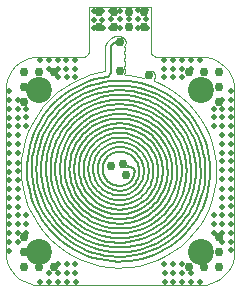
<source format=gbr>
G04 EAGLE Gerber RS-274X export*
G75*
%MOMM*%
%FSLAX34Y34*%
%LPD*%
%INCopper Layer 14*%
%IPPOS*%
%AMOC8*
5,1,8,0,0,1.08239X$1,22.5*%
G01*
%ADD10C,2.199994*%
%ADD11C,0.500000*%
%ADD12C,0.000000*%
%ADD13C,0.200000*%
%ADD14C,0.152400*%
%ADD15C,0.756400*%


D10*
X137128Y137128D03*
X137128Y0D03*
X0Y0D03*
X0Y137128D03*
D11*
X53858Y189187D03*
X46406Y189128D03*
X61310Y189247D03*
X61191Y204151D03*
X61251Y196699D03*
X46287Y204032D03*
X46346Y196580D03*
X53798Y196639D03*
X53739Y204092D03*
X68762Y189307D03*
X68702Y196759D03*
X76155Y196818D03*
X76214Y189366D03*
X76095Y204270D03*
X68643Y204211D03*
X83666Y189426D03*
X83607Y196878D03*
X91059Y196938D03*
X91118Y189486D03*
X90999Y204390D03*
X83547Y204330D03*
X113622Y162586D03*
X106172Y162586D03*
X106234Y155194D03*
X106295Y147801D03*
X113745Y147801D03*
X121195Y147801D03*
X113684Y155194D03*
X121072Y162586D03*
X121134Y155194D03*
X128584Y155194D03*
X128522Y162586D03*
X135972Y162586D03*
X15932Y147801D03*
X908Y162586D03*
X8420Y155194D03*
X23381Y147801D03*
X30832Y147801D03*
X23320Y155194D03*
X15870Y155194D03*
X15808Y162586D03*
X8358Y162586D03*
X23258Y162586D03*
X30708Y162586D03*
X30770Y155194D03*
X-10672Y15932D03*
X-25457Y908D03*
X-18065Y8420D03*
X-10672Y23381D03*
X-10672Y30832D03*
X-18065Y23320D03*
X-18065Y15870D03*
X-25457Y15808D03*
X-25457Y8358D03*
X-25457Y23258D03*
X-25457Y30708D03*
X-18065Y30770D03*
X-18065Y38220D03*
X-25457Y38158D03*
X-25457Y45608D03*
X-18065Y45670D03*
X-18065Y53120D03*
X-25457Y53058D03*
X-25457Y60508D03*
X-18065Y60570D03*
X-18065Y68020D03*
X-25457Y67958D03*
X-25457Y75408D03*
X-18065Y75470D03*
X-25457Y135972D03*
X-25457Y128522D03*
X-18065Y128584D03*
X-18065Y121134D03*
X-25457Y121072D03*
X-18065Y113684D03*
X-10672Y121195D03*
X-10672Y113745D03*
X-10672Y106295D03*
X-18065Y106234D03*
X-25457Y106172D03*
X-25457Y98722D03*
X-18065Y98784D03*
X-18065Y91334D03*
X-25457Y91272D03*
X-25457Y83822D03*
X-18065Y83884D03*
X-25457Y113622D03*
X147801Y121195D03*
X162586Y136219D03*
X155194Y128707D03*
X147801Y113745D03*
X147801Y106295D03*
X155194Y113807D03*
X155194Y121257D03*
X162586Y121319D03*
X162586Y128769D03*
X162586Y113869D03*
X162586Y106419D03*
X155194Y106357D03*
X155194Y98907D03*
X162586Y98969D03*
X162586Y91519D03*
X155194Y91457D03*
X155194Y84007D03*
X162586Y84069D03*
X162586Y76619D03*
X155194Y76557D03*
X155194Y69107D03*
X162586Y69169D03*
X162586Y61719D03*
X155194Y61657D03*
X162586Y1155D03*
X162586Y8605D03*
X155194Y8543D03*
X155194Y15993D03*
X162586Y16055D03*
X155194Y23443D03*
X147801Y15932D03*
X147801Y23381D03*
X147801Y30832D03*
X155194Y30893D03*
X162586Y30955D03*
X162586Y38405D03*
X155194Y38343D03*
X155194Y45793D03*
X162586Y45855D03*
X162586Y53305D03*
X155194Y53243D03*
X162586Y23505D03*
X23505Y-25457D03*
X30955Y-25457D03*
X30893Y-18065D03*
X30832Y-10672D03*
X23381Y-10672D03*
X15932Y-10672D03*
X23443Y-18065D03*
X16055Y-25457D03*
X15993Y-18065D03*
X8543Y-18065D03*
X8605Y-25457D03*
X1155Y-25457D03*
X106357Y-18065D03*
X106419Y-25457D03*
X113869Y-25457D03*
X128769Y-25457D03*
X121319Y-25457D03*
X121257Y-18065D03*
X113807Y-18065D03*
X106295Y-10672D03*
X113745Y-10672D03*
X128707Y-18065D03*
X136219Y-25457D03*
X121195Y-10672D03*
D12*
X95258Y167785D02*
X94944Y169365D01*
X95258Y167785D02*
X96153Y166445D01*
X97493Y165550D01*
X99073Y165236D01*
X137128Y165236D01*
X137269Y165264D01*
X141531Y164928D01*
X145826Y163897D01*
X149906Y162207D01*
X153672Y159899D01*
X157031Y157031D01*
X159899Y153672D01*
X162207Y149906D01*
X163897Y145826D01*
X164928Y141531D01*
X165264Y137269D01*
X165236Y137128D01*
X165236Y0D01*
X165264Y-140D01*
X164928Y-4402D01*
X163897Y-8697D01*
X162207Y-12778D01*
X159899Y-16543D01*
X157031Y-19902D01*
X153672Y-22770D01*
X149906Y-25078D01*
X145826Y-26768D01*
X141531Y-27800D01*
X137269Y-28135D01*
X137128Y-28107D01*
X0Y-28107D01*
X-140Y-28135D01*
X-4402Y-27800D01*
X-8697Y-26768D01*
X-12778Y-25078D01*
X-16543Y-22770D01*
X-19902Y-19902D01*
X-22770Y-16543D01*
X-25078Y-12778D01*
X-26768Y-8697D01*
X-27800Y-4402D01*
X-28135Y-140D01*
X-28107Y0D01*
X-28107Y137128D01*
X-28135Y137269D01*
X-27800Y141531D01*
X-26768Y145826D01*
X-25078Y149906D01*
X-22770Y153672D01*
X-19902Y157031D01*
X-16543Y159899D01*
X-12778Y162207D01*
X-8697Y163897D01*
X-4402Y164928D01*
X-140Y165264D01*
X0Y165236D01*
X38054Y165236D01*
X39634Y165550D01*
X40974Y166445D01*
X41869Y167785D01*
X42183Y169365D01*
X42183Y207250D01*
X94944Y207250D01*
X94944Y169365D01*
X68563Y182533D02*
X64273Y182533D01*
X62322Y182145D01*
X60668Y181040D01*
X57595Y177967D01*
X56490Y176313D01*
X56102Y174362D01*
X56102Y153239D01*
X55668Y152805D01*
X52044Y152268D01*
X44085Y150274D01*
X36361Y147510D01*
X28944Y144003D01*
X21907Y139785D01*
X15318Y134898D01*
X9239Y129388D01*
X3729Y123309D01*
X-1156Y116719D01*
X-5374Y109683D01*
X-8882Y102266D01*
X-11645Y94541D01*
X-13639Y86583D01*
X91412Y152816D02*
X93066Y153501D01*
X89461Y149896D02*
X89461Y148336D01*
X88544Y147255D01*
X84352Y148305D01*
X76431Y149480D01*
X72378Y150886D02*
X73063Y152540D01*
X73063Y154331D01*
X71927Y162435D02*
X72378Y162886D01*
X71927Y168435D02*
X72378Y168886D01*
X73063Y170540D01*
X73063Y172331D01*
X72378Y173984D01*
X72314Y174049D01*
X73273Y175484D01*
X73661Y177435D01*
X73273Y179386D01*
X72168Y181040D01*
X70514Y182145D01*
X68563Y182533D01*
X66626Y175828D02*
X66778Y175685D01*
X66626Y175828D02*
X66463Y175955D01*
X66289Y176068D01*
X66104Y176165D01*
X65909Y176248D01*
X65703Y176315D01*
X65486Y176368D01*
X65259Y176405D01*
X65021Y176428D01*
X64772Y176435D01*
X64772Y178435D01*
X65021Y178443D01*
X65259Y178465D01*
X65486Y178503D01*
X65703Y178555D01*
X65909Y178623D01*
X66104Y178705D01*
X66289Y178803D01*
X66463Y178915D02*
X66626Y179043D01*
X66778Y179185D01*
X66778Y175685D01*
D13*
X80902Y68947D02*
X80924Y68735D01*
X80902Y68947D02*
X80865Y69155D01*
X80814Y69361D01*
X80748Y69563D01*
X80669Y69760D01*
X80575Y69951D01*
X80469Y70134D01*
X80351Y70310D01*
X80220Y70477D01*
X80078Y70635D01*
X79925Y70782D01*
X79763Y70919D01*
X79591Y71044D01*
X79411Y71156D01*
X79224Y71256D01*
X79030Y71342D01*
X78831Y71415D01*
X78627Y71473D01*
X78419Y71517D01*
X78209Y71547D01*
X77998Y71561D01*
X77890Y71563D01*
X70241Y51874D02*
X69092Y51788D01*
X70241Y51874D02*
X71381Y52041D01*
X72506Y52286D01*
X73611Y52609D01*
X74692Y53008D01*
X75741Y53482D01*
X76756Y54028D01*
X77729Y54643D01*
X78657Y55325D01*
X79536Y56069D01*
X80360Y56873D01*
X81127Y57733D01*
X81831Y58644D01*
X82470Y59602D01*
X84887Y69509D02*
X84761Y70654D01*
X84555Y71787D01*
X84271Y72903D01*
X83910Y73997D01*
X83473Y75063D01*
X82963Y76095D01*
X82382Y77090D01*
X81733Y78041D01*
X81020Y78945D01*
X80245Y79797D01*
X79412Y80593D01*
X78526Y81329D01*
X77591Y82001D01*
X76611Y82606D01*
X75592Y83142D01*
X74537Y83605D01*
X73453Y83993D01*
X72344Y84305D01*
X71217Y84539D01*
X70075Y84694D01*
X68926Y84768D01*
X67775Y84762D01*
X66328Y88663D02*
X65050Y88477D01*
X60161Y86861D02*
X59024Y86249D01*
X57932Y85559D01*
X56891Y84795D01*
X55906Y83960D01*
X54982Y83058D01*
X54123Y82094D01*
X53333Y81072D01*
X52616Y79998D01*
X51976Y78877D01*
X51416Y77713D01*
X54243Y58312D02*
X55112Y57356D01*
X56045Y56464D01*
X57039Y55639D01*
X58087Y54885D01*
X59186Y54207D02*
X60329Y53606D01*
X61511Y53087D02*
X62727Y52651D01*
X63970Y52302D01*
X65234Y52040D01*
X66513Y51866D01*
X67802Y51783D01*
X69092Y51788D01*
X76812Y-7763D02*
X82096Y-6993D01*
X87313Y-5857D01*
X92438Y-4359D01*
X97447Y-2508D01*
X102314Y-312D01*
X107016Y2217D01*
X111530Y5070D01*
X115834Y8230D01*
X119907Y11683D01*
X123729Y15411D01*
X127282Y19397D01*
X130548Y23622D01*
X133512Y28063D01*
X86327Y-1980D02*
X81382Y-3057D01*
X86327Y-1980D02*
X91184Y-561D01*
X95930Y1192D01*
X100543Y3274D01*
X104999Y5672D01*
X109277Y8375D01*
X113356Y11370D01*
X117216Y14642D01*
X120838Y18176D01*
X124206Y21954D01*
X127301Y25957D01*
X130109Y30166D01*
X132617Y34562D01*
X134813Y39121D01*
X136685Y43822D01*
X138225Y48643D01*
X139424Y53559D01*
X140278Y58547D01*
X140781Y63582D01*
X140932Y68640D01*
X140730Y73697D01*
X140176Y78727D01*
X139272Y83706D01*
X138023Y88610D01*
X136435Y93415D01*
X134516Y98097D01*
X132275Y102634D01*
X129722Y107004D01*
X126872Y111184D01*
X123736Y115156D01*
X120331Y118900D01*
X116673Y122397D01*
X112781Y125630D01*
X108672Y128584D01*
X104367Y131244D01*
X99887Y133597D01*
X95254Y135632D01*
X90490Y137339D01*
X85618Y138709D01*
X80663Y139736D01*
X75649Y140415D01*
X70599Y140743D01*
X65539Y140717D01*
X58184Y148112D02*
X52779Y147213D01*
X47450Y145940D01*
X42223Y144297D02*
X37123Y142294D01*
X32175Y139940D01*
X27404Y137247D01*
X22832Y134227D01*
X18481Y130896D01*
X14374Y127269D01*
X10530Y123365D01*
X6967Y119202D01*
X3703Y114801D01*
X755Y110183D01*
X-1863Y105370D01*
X-4140Y100386D01*
X-7Y31686D02*
X2850Y27011D01*
X6027Y22547D01*
X9508Y18316D01*
X13276Y14338D01*
X17312Y10632D01*
X36832Y124243D02*
X40673Y126310D01*
X36832Y124243D02*
X33144Y121913D01*
X29628Y119331D01*
X26300Y116510D01*
X15185Y103128D02*
X13023Y99339D01*
X11130Y95408D01*
X9516Y91355D01*
X8189Y87199D01*
X7155Y82961D01*
X6419Y78662D01*
X5985Y74321D01*
X5854Y69960D01*
X6028Y65601D01*
X6506Y61265D01*
X7285Y56973D01*
X8362Y52745D01*
X9731Y48603D01*
X11385Y44567D01*
X13317Y40656D01*
X15518Y36889D01*
X17975Y33284D01*
X20678Y29860D01*
X23613Y26633D01*
X26767Y23618D01*
X30123Y20831D01*
X33665Y18285D01*
X37376Y15992D01*
X41238Y13963D01*
X45232Y12209D01*
X49339Y10737D01*
X53538Y9556D01*
X57810Y8670D01*
X62133Y8085D01*
X66486Y7802D01*
X70848Y7824D01*
X70849Y7823D01*
X71168Y-168D02*
X75936Y188D01*
X80667Y877D01*
X85339Y1895D01*
X89928Y3236D02*
X94413Y4894D01*
X98771Y6860D01*
X102981Y9126D01*
X107023Y11680D01*
X110877Y14510D01*
X114524Y17601D01*
X117947Y20940D01*
X121128Y24509D01*
X124053Y28292D01*
X126706Y32269D01*
X129076Y36422D01*
X131150Y40729D01*
X132919Y45171D01*
X134374Y49726D01*
X135507Y54371D01*
X136313Y59083D01*
X136789Y63841D01*
X136932Y68620D01*
X136741Y73397D01*
X136217Y78150D01*
X135364Y82854D01*
X134184Y87488D01*
X132683Y92027D01*
X130870Y96451D01*
X128752Y100738D01*
X126341Y104866D01*
X123647Y108817D01*
X120685Y112570D02*
X117468Y116106D01*
X114012Y119410D01*
X110334Y122465D01*
X106452Y125256D01*
X102384Y127769D01*
X98151Y129993D01*
X93774Y131915D01*
X89273Y133528D01*
X84670Y134823D01*
X79989Y135793D01*
X75251Y136435D01*
X70479Y136744D01*
X65698Y136720D01*
X74184Y16091D02*
X70529Y15817D01*
X74184Y16091D02*
X77810Y16619D01*
X81390Y17400D01*
X84908Y18427D01*
X88345Y19698D01*
X91685Y21205D01*
X94912Y22942D01*
X98009Y24899D01*
X100963Y27068D01*
X103758Y29438D01*
X106382Y31996D01*
X108820Y34732D01*
X111061Y37631D01*
X113095Y40679D01*
X114911Y43861D01*
X116501Y47163D01*
X117857Y50568D01*
X118972Y54058D01*
X119840Y57618D01*
X120458Y61230D01*
X120823Y64876D01*
X120932Y68539D01*
X120786Y72201D01*
X120385Y75843D01*
X119731Y79449D01*
X118826Y83000D01*
X117676Y86479D01*
X116286Y89870D01*
X114663Y93155D01*
X112815Y96320D02*
X110751Y99347D01*
X108480Y102223D02*
X106015Y104934D01*
X103366Y107466D01*
X100547Y109808D01*
X97572Y111947D01*
X94454Y113873D01*
X91210Y115577D01*
X87855Y117051D01*
X84405Y118287D01*
X80878Y119279D01*
X77290Y120023D01*
X73658Y120515D01*
X70002Y120752D01*
X66337Y120733D01*
X75060Y8139D02*
X70849Y7823D01*
X75060Y8139D02*
X79239Y8748D01*
X83365Y9646D01*
X87419Y10831D01*
X91380Y12295D01*
X109142Y23519D02*
X112165Y26468D01*
X114975Y29620D01*
X121995Y40141D02*
X123827Y43946D01*
X125389Y47869D01*
X126674Y51891D01*
X127675Y55994D01*
X128387Y60156D01*
X128808Y64358D01*
X128934Y68579D01*
X128765Y72799D01*
X128303Y76996D01*
X127549Y81151D01*
X126506Y85243D01*
X125181Y89253D01*
X123580Y93160D01*
X114584Y107396D02*
X111743Y110520D01*
X108691Y113438D01*
X105442Y116137D01*
X102013Y118601D01*
X98421Y120821D01*
X94683Y122785D01*
X90816Y124483D01*
X86841Y125908D01*
X82776Y127051D01*
X78641Y127909D01*
X74456Y128475D01*
X70242Y128749D01*
X66019Y128727D01*
X66018Y128727D01*
X71994Y35971D02*
X69731Y35801D01*
X71994Y35971D02*
X74238Y36298D01*
X76455Y36781D01*
X78632Y37417D01*
X80760Y38204D01*
X96081Y51192D02*
X97206Y53162D01*
X98190Y55206D01*
X99029Y57314D01*
X99719Y59475D01*
X100257Y61679D01*
X100639Y63915D01*
X100865Y66172D01*
X100933Y68439D01*
X100842Y70706D01*
X100594Y72961D01*
X100189Y75193D01*
X99629Y77391D01*
X98917Y79545D01*
X93224Y89291D02*
X91698Y90969D01*
X90058Y92537D01*
X88313Y93986D01*
X86471Y95310D01*
X84541Y96503D01*
X82533Y97558D01*
X80456Y98470D01*
X78320Y99235D01*
X76137Y99849D01*
X73916Y100310D01*
X71668Y100614D01*
X69404Y100761D01*
X67136Y100749D01*
X71555Y39947D02*
X69571Y39798D01*
X71555Y39947D02*
X73524Y40234D01*
X75467Y40657D01*
X77377Y41215D01*
X79242Y41905D01*
X93664Y55023D02*
X94527Y56815D01*
X95263Y58663D01*
X95868Y60558D01*
X96340Y62490D01*
X96675Y64451D01*
X96873Y66430D01*
X96933Y68419D01*
X96853Y70407D01*
X96635Y72384D01*
X96280Y74341D01*
X95789Y76269D01*
X95165Y78158D01*
X94411Y79998D01*
X93529Y81782D01*
X80798Y93953D02*
X78976Y94753D01*
X77104Y95424D01*
X75189Y95963D01*
X73241Y96367D01*
X71270Y96634D01*
X69285Y96762D01*
X67295Y96752D01*
X73308Y24044D02*
X70210Y23811D01*
X73308Y24044D02*
X76381Y24491D01*
X79416Y25153D01*
X82398Y26024D01*
X85311Y27101D01*
X107830Y47583D02*
X109177Y50381D01*
X110326Y53267D01*
X111271Y56226D01*
X112007Y59243D01*
X112531Y62305D01*
X112841Y65396D01*
X112809Y71604D02*
X112469Y74692D01*
X111914Y77748D01*
X111148Y80758D01*
X110173Y83707D01*
X108995Y86581D01*
X107619Y89366D01*
X106053Y92048D01*
X104303Y94614D01*
X102378Y97052D02*
X100288Y99350D01*
X98043Y101496D01*
X95654Y103481D01*
X93132Y105294D01*
X90489Y106926D01*
X87739Y108371D01*
X84895Y109620D01*
X81971Y110668D01*
X72869Y28019D02*
X70050Y27807D01*
X72869Y28019D02*
X75667Y28426D01*
X78429Y29028D01*
X104288Y49442D02*
X105515Y51989D01*
X107420Y57308D02*
X108090Y60054D01*
X108567Y62841D01*
X108849Y65653D01*
X108933Y68479D01*
X108820Y71304D01*
X108511Y74114D01*
X108006Y76895D01*
X107308Y79634D01*
X106421Y82319D01*
X105349Y84934D01*
X104097Y87469D01*
X102671Y89910D01*
X101079Y92245D01*
X99327Y94464D02*
X97425Y96555D01*
X95382Y98509D02*
X93207Y100315D01*
X90912Y101965D01*
X88507Y103451D01*
X86004Y104766D01*
X83416Y105903D01*
X80755Y106856D01*
X72464Y108575D02*
X69643Y108757D01*
X66816Y108743D01*
X77442Y32904D02*
X74953Y32362D01*
X77442Y32904D02*
X79888Y33619D01*
X82277Y34502D01*
X84600Y35550D01*
X86843Y36757D01*
X88997Y38118D01*
X91050Y39626D01*
X92994Y41273D01*
X94817Y43053D01*
X96513Y44954D01*
X98071Y46970D01*
X99485Y49089D01*
X100748Y51302D01*
X101853Y53597D01*
X102796Y55964D01*
X94563Y93762D02*
X92721Y95523D01*
X90761Y97150D01*
X88693Y98637D01*
X86525Y99977D01*
X84270Y101161D01*
X66766Y84687D02*
X65765Y84541D01*
X64776Y84325D01*
X63804Y84041D01*
X62855Y83691D01*
X61933Y83274D01*
X61042Y82795D01*
X60186Y82254D01*
X59370Y81655D01*
X58598Y81001D01*
X57874Y80294D01*
X57200Y79538D01*
X56581Y78738D01*
X56019Y77896D01*
X55518Y77017D01*
X55079Y76105D01*
X54704Y75165D02*
X54397Y74201D01*
X54157Y73218D01*
X53986Y72220D01*
X54437Y66208D02*
X54754Y65247D01*
X55138Y64310D01*
X57294Y60898D02*
X57975Y60150D01*
X58707Y59450D01*
X59485Y58804D01*
X60307Y58213D01*
X61168Y57681D02*
X62064Y57210D01*
X62990Y56804D01*
X63943Y56462D01*
X64918Y56188D01*
X65908Y55983D01*
X66911Y55847D01*
X67921Y55781D01*
X68932Y55785D01*
X65889Y92639D02*
X67455Y92756D01*
X65889Y92639D02*
X64335Y92413D01*
X62801Y92078D01*
X61293Y91638D01*
X59820Y91093D01*
X58389Y90447D01*
X57006Y89703D01*
X55678Y88864D01*
X54412Y87935D01*
X53214Y86919D01*
X52090Y85823D02*
X51045Y84650D01*
X50084Y83408D01*
X49213Y82102D01*
X48435Y80738D01*
X47753Y79323D01*
X47172Y77864D01*
X46694Y76368D01*
X46322Y74842D01*
X46057Y73294D01*
X45901Y71731D01*
X45854Y70161D01*
X45916Y68592D01*
X46088Y67031D01*
X46369Y65486D01*
X46756Y63964D01*
X47249Y62473D01*
X47845Y61020D01*
X48540Y59612D01*
X49332Y58256D01*
X50217Y56958D01*
X52247Y54564D02*
X53382Y53478D01*
X54590Y52475D01*
X55865Y51558D01*
X61508Y48841D02*
X63020Y48416D01*
X64557Y48097D01*
X66114Y47886D01*
X67681Y47785D01*
X69251Y47792D01*
X63620Y96348D02*
X65451Y96614D01*
X63620Y96348D02*
X61813Y95954D01*
X60038Y95435D01*
X58303Y94794D01*
X56617Y94033D01*
X54988Y93156D01*
X53424Y92168D01*
X51933Y91073D01*
X50523Y89877D01*
X49199Y88586D01*
X47968Y87205D01*
X46836Y85742D01*
X45810Y84203D01*
X44893Y82597D01*
X44090Y80930D01*
X43406Y79212D01*
X42843Y77450D01*
X42405Y75653D01*
X42093Y73829D01*
X41909Y71989D01*
X41854Y70140D01*
X41928Y68292D01*
X42130Y66453D01*
X42460Y64633D01*
X42917Y62841D01*
X43497Y61085D01*
X44199Y59373D01*
X45018Y57715D01*
X45951Y56117D01*
X46993Y54589D01*
X48139Y53138D02*
X49384Y51769D01*
X50721Y50491D01*
X52143Y49309D01*
X53645Y48230D01*
X55219Y47257D01*
X56856Y46397D01*
X58550Y45653D01*
X60291Y45029D01*
X62072Y44528D01*
X63883Y44153D01*
X65716Y43905D01*
X67562Y43785D01*
X69411Y43794D01*
X65013Y100590D02*
X67136Y100749D01*
X65013Y100590D02*
X62907Y100283D01*
X60827Y99830D01*
X58783Y99233D01*
X56787Y98495D01*
X54846Y97619D01*
X52971Y96610D01*
X51172Y95473D01*
X49456Y94213D01*
X47832Y92837D01*
X46308Y91350D01*
X44891Y89761D01*
X43589Y88077D01*
X42408Y86306D01*
X41352Y84457D01*
X40429Y82538D01*
X39641Y80561D01*
X38994Y78532D01*
X38489Y76464D01*
X38130Y74366D01*
X37918Y72248D01*
X37854Y70120D01*
X37939Y67993D01*
X38173Y65876D01*
X38553Y63782D01*
X39078Y61719D01*
X39746Y59697D01*
X40554Y57728D01*
X41497Y55819D01*
X42570Y53981D01*
X43770Y52222D01*
X45089Y50551D02*
X46521Y48976D01*
X48060Y47505D01*
X49698Y46144D01*
X51426Y44902D01*
X53237Y43783D01*
X55122Y42793D01*
X57071Y41937D01*
X59076Y41219D01*
X61125Y40642D01*
X63209Y40210D01*
X65319Y39924D01*
X67444Y39787D01*
X69571Y39798D01*
X64575Y104566D02*
X66976Y104746D01*
X64575Y104566D02*
X62192Y104219D01*
X59839Y103707D01*
X57528Y103032D01*
X55269Y102196D01*
X53074Y101206D01*
X50954Y100065D01*
X48918Y98779D01*
X46977Y97353D01*
X45140Y95796D01*
X43416Y94115D01*
X41814Y92317D01*
X40341Y90412D01*
X39005Y88409D01*
X37811Y86318D01*
X36767Y84148D01*
X34166Y74904D02*
X33926Y72508D01*
X33854Y70101D01*
X33950Y67695D01*
X34214Y65302D01*
X34644Y62932D01*
X35238Y60599D01*
X35994Y58312D01*
X36907Y56084D01*
X37974Y53925D01*
X39188Y51846D01*
X40545Y49856D01*
X42037Y47966D01*
X43657Y46185D02*
X45398Y44521D01*
X47250Y42982D01*
X49205Y41577D01*
X51254Y40311D01*
X53385Y39191D01*
X55590Y38222D01*
X57857Y37410D01*
X60175Y36758D01*
X62533Y36269D01*
X64919Y35946D02*
X67322Y35790D01*
X69730Y35802D01*
X69731Y35801D01*
X64137Y108542D02*
X66816Y108743D01*
X64137Y108542D02*
X61477Y108155D01*
X58852Y107583D01*
X56272Y106830D01*
X53752Y105898D01*
X51302Y104792D01*
X48936Y103519D01*
X46664Y102083D01*
X44499Y100493D01*
X42448Y98755D01*
X40525Y96879D01*
X38737Y94873D01*
X37093Y92747D01*
X35602Y90512D01*
X34270Y88178D01*
X33104Y85757D01*
X32110Y83260D01*
X31292Y80700D01*
X30655Y78090D01*
X29854Y70081D02*
X29961Y67396D01*
X30256Y64725D01*
X30736Y62081D01*
X31399Y59477D01*
X32242Y56925D01*
X33261Y54439D01*
X34452Y52029D01*
X35807Y49709D01*
X37320Y47489D01*
X38986Y45379D02*
X40794Y43391D01*
X42736Y41534D01*
X44803Y39818D01*
X46985Y38249D01*
X49271Y36836D01*
X51650Y35587D01*
X54111Y34506D01*
X56640Y33600D01*
X59227Y32872D01*
X61859Y32326D01*
X64522Y31966D01*
X67203Y31792D01*
X69890Y31805D01*
X69891Y31804D01*
X63699Y112517D02*
X66657Y112739D01*
X63699Y112517D02*
X60764Y112090D01*
X57865Y111459D01*
X55018Y110627D01*
X52235Y109598D01*
X49532Y108378D01*
X46919Y106972D01*
X44412Y105387D01*
X42020Y103632D01*
X39758Y101713D01*
X37634Y99642D01*
X35661Y97428D01*
X33846Y95081D01*
X32200Y92613D01*
X30729Y90037D01*
X29442Y87364D01*
X28345Y84608D02*
X27442Y81782D01*
X26739Y78900D01*
X26239Y75976D01*
X25944Y73025D01*
X25974Y67095D02*
X26298Y64147D01*
X26828Y61228D01*
X27560Y58353D01*
X28491Y55537D01*
X29616Y52792D01*
X30930Y50132D01*
X32426Y47571D01*
X34097Y45120D02*
X35935Y42791D01*
X37932Y40597D01*
X40076Y38547D01*
X42358Y36652D02*
X44766Y34920D01*
X47290Y33361D01*
X52632Y30789D02*
X55425Y29788D01*
X58280Y28985D01*
X61185Y28382D01*
X64125Y27984D01*
X67085Y27792D01*
X70050Y27807D01*
X63261Y116494D02*
X66497Y116736D01*
X63261Y116494D02*
X60049Y116026D01*
X56878Y115335D01*
X53762Y114425D01*
X50718Y113299D01*
X47760Y111964D01*
X44902Y110426D01*
X42158Y108692D01*
X39542Y106771D01*
X37066Y104672D01*
X34743Y102406D01*
X32583Y99983D01*
X30598Y97416D01*
X28796Y94716D01*
X27188Y91897D01*
X25780Y88972D01*
X24579Y85957D01*
X23592Y82865D01*
X22822Y79712D01*
X22275Y76513D01*
X21952Y73283D01*
X21855Y70039D01*
X21984Y66796D01*
X22340Y63570D01*
X22920Y60376D01*
X23721Y57231D01*
X24739Y54150D01*
X25970Y51146D01*
X27408Y48236D02*
X29045Y45434D01*
X30873Y42752D01*
X32884Y40205D02*
X35068Y37804D01*
X37414Y35561D01*
X39911Y33487D02*
X42547Y31593D01*
X45308Y29886D01*
X48181Y28377D01*
X57332Y25099D02*
X60511Y24440D01*
X63727Y24004D01*
X66966Y23794D01*
X70210Y23811D01*
X61947Y128422D02*
X66018Y128727D01*
X61947Y128422D02*
X57906Y127833D01*
X53916Y126964D01*
X49997Y125819D01*
X46167Y124403D01*
X42445Y122724D01*
X38850Y120789D01*
X35398Y118607D01*
X32107Y116191D01*
X28992Y113550D01*
X26069Y110699D01*
X23352Y107651D01*
X20855Y104421D01*
X18588Y101024D01*
X16565Y97478D01*
X14793Y93799D01*
X13283Y90005D01*
X12040Y86116D01*
X11073Y82149D01*
X10384Y78124D01*
X9977Y74061D01*
X9855Y69980D01*
X10019Y65900D01*
X10466Y61841D01*
X11195Y57824D01*
X12203Y53867D01*
X15033Y46211D02*
X16841Y42551D01*
X18901Y39025D01*
X21201Y35651D01*
X23731Y32446D01*
X26478Y29426D02*
X29430Y26604D01*
X32571Y23995D01*
X35886Y21612D01*
X39360Y19466D01*
X54488Y13442D02*
X58486Y12613D01*
X62533Y12065D01*
X66607Y11801D01*
X70689Y11820D01*
X62384Y124446D02*
X66177Y124730D01*
X62384Y124446D02*
X58620Y123898D01*
X54903Y123088D01*
X51251Y122021D01*
X47683Y120702D01*
X44216Y119137D01*
X40866Y117335D01*
X18454Y92190D02*
X17046Y88656D01*
X15889Y85032D01*
X14988Y81336D01*
X14346Y77587D01*
X13967Y73801D01*
X13854Y69999D01*
X14006Y66198D01*
X14422Y62417D01*
X15102Y58674D01*
X16040Y54988D01*
X17234Y51376D01*
X18677Y47856D01*
X20362Y44445D01*
X22280Y41160D01*
X24423Y38017D01*
X26780Y35032D01*
X29340Y32217D01*
X32090Y29589D02*
X35016Y27158D01*
X38105Y24938D01*
X41341Y22938D01*
X44709Y21169D01*
X48192Y19639D01*
X51773Y18356D01*
X55435Y17326D01*
X59160Y16554D01*
X62929Y16043D01*
X66725Y15797D01*
X70529Y15816D01*
X70529Y15817D01*
X62822Y120470D02*
X66337Y120733D01*
X62822Y120470D02*
X59334Y119962D01*
X55890Y119212D01*
X52507Y118223D01*
X49201Y117001D01*
X42884Y113880D02*
X39904Y111997D01*
X37063Y109911D01*
X34374Y107632D01*
X31851Y105171D01*
X29505Y102540D01*
X27349Y99751D01*
X25393Y96819D01*
X23646Y93758D01*
X22117Y90581D01*
X20813Y87307D01*
X19740Y83949D01*
X18904Y80525D01*
X18310Y77050D01*
X17959Y73543D01*
X17854Y70020D01*
X17994Y66497D01*
X18380Y62994D01*
X19010Y59526D01*
X19880Y56110D01*
X20986Y52763D01*
X22323Y49502D01*
X23884Y46341D01*
X25662Y43297D01*
X27647Y40385D01*
X29832Y37618D01*
X32203Y35011D01*
X34751Y32575D02*
X37463Y30323D01*
X40325Y28265D01*
X43323Y26412D01*
X46444Y24773D01*
X49671Y23356D01*
X52989Y22167D01*
X56383Y21212D01*
X59834Y20497D01*
X63327Y20024D01*
X66844Y19796D01*
X70369Y19813D01*
X70370Y19814D01*
X60194Y144326D02*
X65379Y144714D01*
X60194Y144326D02*
X55048Y143576D01*
X49967Y142469D01*
X44976Y141011D01*
X40098Y139208D01*
X35359Y137069D01*
X30779Y134605D01*
X26383Y131827D01*
X22192Y128749D01*
X18226Y125387D01*
X14503Y121756D01*
X11043Y117874D01*
X7862Y113760D01*
X4976Y109435D01*
X2399Y104918D01*
X143Y100233D01*
X-1780Y95402D01*
X-3362Y90448D01*
X-4595Y85397D01*
X-5472Y80271D01*
X-5989Y75097D01*
X-6145Y69899D01*
X-5937Y64703D01*
X-5368Y59535D01*
X-4439Y54418D01*
X-3156Y49379D01*
X-1524Y44441D01*
X447Y39630D01*
X2750Y34968D01*
X5373Y30477D01*
X8302Y26181D01*
X11524Y22099D01*
X27004Y8301D02*
X31428Y5568D01*
X36031Y3150D01*
X40792Y1058D01*
X45688Y-694D01*
X50693Y-2102D01*
X55785Y-3158D01*
X60938Y-3856D01*
X66127Y-4193D01*
X71327Y-4166D01*
X71328Y-4165D01*
X60632Y140349D02*
X65539Y140717D01*
X60632Y140349D02*
X55763Y139640D01*
X50955Y138593D01*
X46231Y137213D01*
X41616Y135506D01*
X37130Y133482D01*
X32798Y131150D01*
X28637Y128521D01*
X24671Y125609D01*
X20917Y122427D01*
X17395Y118991D01*
X14121Y115318D01*
X11111Y111425D01*
X8379Y107332D01*
X5941Y103057D01*
X3806Y98624D01*
X1985Y94052D01*
X488Y89365D01*
X-677Y84584D01*
X-1507Y79734D01*
X-1997Y74837D01*
X-2144Y69919D01*
X-1947Y65002D01*
X-1408Y60110D01*
X-529Y55269D01*
X684Y50500D01*
X2228Y45828D01*
X4094Y41275D01*
X6274Y36863D01*
X8756Y32614D01*
X11528Y28548D01*
X14577Y24686D02*
X17888Y21045D01*
X21445Y17645D01*
X25230Y14501D01*
X29226Y11628D01*
X33412Y9042D01*
X37769Y6753D01*
X42274Y4775D01*
X46906Y3115D01*
X51643Y1782D01*
X56462Y784D01*
X61338Y123D01*
X66249Y-194D01*
X71168Y-168D01*
X61070Y136373D02*
X65698Y136720D01*
X61070Y136373D02*
X56477Y135704D01*
X51941Y134716D01*
X47486Y133415D01*
X43132Y131805D01*
X38901Y129896D01*
X34814Y127696D01*
X30890Y125217D01*
X27149Y122470D01*
X23608Y119468D01*
X20285Y116227D01*
X17197Y112762D01*
X14358Y109090D01*
X11782Y105229D01*
X9481Y101198D01*
X7467Y97016D01*
X5750Y92703D01*
X4338Y88282D01*
X3238Y83772D01*
X2455Y79197D01*
X1993Y74578D01*
X1854Y69939D01*
X2040Y65301D01*
X2548Y60687D01*
X3377Y56120D01*
X4522Y51622D01*
X5979Y47215D01*
X7739Y42920D01*
X9795Y38759D01*
X12136Y34751D01*
X14751Y30916D01*
X17627Y27272D02*
X20750Y23839D01*
X24105Y20631D01*
X27676Y17665D01*
X31445Y14956D01*
X35393Y12516D01*
X39503Y10358D01*
X43753Y8491D01*
X48122Y6926D01*
X52590Y5669D01*
X57135Y4726D01*
X61735Y4104D01*
X66367Y3803D01*
X71008Y3826D01*
X69411Y43794D02*
X71117Y43922D01*
X72809Y44169D01*
X74480Y44533D01*
X76121Y45012D01*
X77725Y45605D01*
X79284Y46309D01*
X80790Y47119D01*
X82236Y48033D01*
X83614Y49045D01*
X84919Y50151D01*
X86143Y51345D01*
X87281Y52621D01*
X88327Y53974D01*
X89276Y55397D01*
X90124Y56882D01*
X90865Y58423D01*
X91498Y60011D01*
X92018Y61640D01*
X92424Y63302D01*
X92712Y64987D01*
X92882Y66689D01*
X92934Y68398D01*
X92865Y70107D01*
X92678Y71807D01*
X92373Y73490D01*
X91951Y75147D01*
X91414Y76770D01*
X90765Y78353D01*
X90008Y79886D01*
X89146Y81363D01*
X88182Y82776D01*
X87123Y84118D02*
X85972Y85383D01*
X84736Y86565D01*
X83420Y87657D01*
X82032Y88656D01*
X80577Y89555D01*
X79063Y90350D01*
X77497Y91038D01*
X75887Y91615D01*
X74241Y92078D01*
X72567Y92425D01*
X70872Y92654D01*
X69165Y92765D01*
X67455Y92756D01*
X70679Y47898D02*
X69252Y47791D01*
X70679Y47898D02*
X72095Y48105D01*
X73493Y48409D01*
X74867Y48810D01*
X76209Y49306D01*
X77513Y49895D01*
X78773Y50573D01*
X79983Y51337D01*
X81136Y52184D01*
X82228Y53110D01*
X83252Y54109D01*
X84204Y55177D01*
X85080Y56309D01*
X85874Y57499D01*
X86583Y58742D01*
X87204Y60031D01*
X87733Y61360D01*
X88168Y62724D01*
X88508Y64114D01*
X88749Y65524D01*
X88892Y66948D01*
X88935Y68378D01*
X88877Y69808D01*
X88721Y71230D01*
X88465Y72638D01*
X88112Y74024D01*
X87663Y75383D01*
X87120Y76707D01*
X86487Y77990D01*
X85765Y79226D01*
X84959Y80408D01*
X84072Y81531D02*
X83110Y82590D01*
X82075Y83578D01*
X80975Y84493D01*
X79813Y85328D01*
X78595Y86080D01*
X77329Y86746D01*
X76019Y87321D01*
X74672Y87804D01*
X73294Y88191D01*
X71893Y88482D01*
X70475Y88674D01*
X69047Y88767D01*
X67616Y88759D01*
X67615Y88759D01*
X69803Y55851D02*
X68932Y55785D01*
X69803Y55851D02*
X70666Y55976D01*
X71518Y56162D01*
X72356Y56407D01*
X73174Y56709D01*
X73969Y57068D01*
X74738Y57482D01*
X75475Y57948D01*
X76178Y58464D01*
X76844Y59028D01*
X77468Y59637D01*
X78049Y60289D01*
X78583Y60979D01*
X79067Y61705D01*
X79499Y62462D01*
X79878Y63249D01*
X80201Y64059D01*
X80466Y64890D01*
X80673Y65738D01*
X80820Y66598D01*
X80907Y67466D01*
X80933Y68338D01*
X80931Y68523D01*
X73746Y20068D02*
X70370Y19814D01*
X73746Y20068D02*
X77096Y20555D01*
X80404Y21276D01*
X83653Y22225D01*
X86828Y23399D01*
X89914Y24791D01*
X92895Y26396D02*
X95757Y28204D01*
X98485Y30207D01*
X101068Y32396D01*
X103491Y34760D01*
X105743Y37287D01*
X107814Y39965D01*
X109693Y42781D01*
X111371Y45722D01*
X112840Y48772D01*
X114092Y51917D01*
X115122Y55141D01*
X115924Y58430D01*
X116495Y61767D01*
X116832Y65135D01*
X116933Y68519D01*
X116798Y71902D01*
X116428Y75266D01*
X115823Y78597D01*
X114988Y81878D01*
X113925Y85092D01*
X112641Y88224D01*
X111142Y91259D01*
X109435Y94182D01*
X107528Y96979D01*
X105430Y99637D01*
X103152Y102141D01*
X100706Y104480D01*
X98101Y106643D01*
X95353Y108619D01*
X92473Y110399D01*
X89476Y111973D01*
X86377Y113334D01*
X83190Y114476D01*
X79931Y115393D01*
X76616Y116080D01*
X73262Y116534D01*
X69884Y116753D01*
X66498Y116736D01*
X66497Y116736D01*
X75498Y4163D02*
X71008Y3826D01*
X75498Y4163D02*
X79953Y4812D01*
X84352Y5770D01*
X88673Y7033D01*
X92896Y8594D01*
X97000Y10446D02*
X100964Y12579D01*
X104770Y14984D01*
X108399Y17649D01*
X111833Y20560D01*
X115056Y23703D01*
X118051Y27064D01*
X120805Y30626D01*
X123304Y34371D01*
X125535Y38281D01*
X127488Y42337D01*
X129154Y46520D01*
X130524Y50808D01*
X131591Y55182D01*
X132351Y59620D01*
X132799Y64099D01*
X132933Y68600D01*
X132753Y73098D01*
X132260Y77573D01*
X131456Y82003D01*
X130345Y86366D01*
X128932Y90640D01*
X127225Y94806D01*
X125231Y98842D01*
X122960Y102730D01*
X120424Y106450D01*
X117635Y109983D01*
X114605Y113314D01*
X111351Y116425D01*
X107888Y119301D01*
X104232Y121929D01*
X100402Y124296D01*
X96417Y126389D01*
X92295Y128200D01*
X88056Y129718D01*
X83723Y130938D01*
X79314Y131851D01*
X74853Y132455D01*
X70360Y132747D01*
X65858Y132724D01*
X74622Y12115D02*
X70689Y11820D01*
X74622Y12115D02*
X78524Y12684D01*
X82378Y13523D01*
X86163Y14629D01*
X89862Y15997D01*
X93457Y17619D02*
X96929Y19488D01*
X100263Y21594D01*
X103442Y23928D01*
X106450Y26478D01*
X109273Y29232D01*
X111897Y32176D01*
X114309Y35296D01*
X116498Y38577D01*
X118453Y42002D01*
X120164Y45555D01*
X121623Y49219D01*
X122822Y52976D01*
X123757Y56807D01*
X124422Y60694D01*
X124815Y64618D01*
X124933Y68560D01*
X124775Y72500D01*
X124343Y76420D01*
X123639Y80300D01*
X122666Y84122D01*
X121428Y87866D01*
X119932Y91515D01*
X118186Y95051D01*
X116197Y98457D01*
X113975Y101715D01*
X111532Y104810D01*
X108878Y107728D01*
X106027Y110453D01*
X99792Y115274D02*
X96437Y117348D01*
X92945Y119181D01*
X89335Y120767D01*
X85622Y122097D01*
X81826Y123165D01*
X77964Y123966D01*
X74056Y124495D01*
X70121Y124750D01*
X66177Y124730D01*
X74563Y71563D02*
X76200Y71563D01*
X77890Y71563D01*
D14*
X76200Y71563D02*
X70000Y76000D01*
D12*
X-13639Y86583D02*
X-14843Y78468D01*
X-15245Y70273D01*
X-14843Y62079D01*
X-13639Y53964D01*
X-11645Y46005D01*
X-8882Y38281D01*
X-5374Y30864D01*
X-1156Y23827D01*
X3729Y17238D01*
X9239Y11159D01*
X15318Y5649D01*
X21907Y762D01*
X28944Y-3454D01*
X36361Y-6962D01*
X44085Y-9725D01*
X52044Y-11719D01*
X60159Y-12923D01*
X68353Y-13325D01*
X71130Y-13189D01*
X71487Y-13260D01*
X71690Y-13220D01*
X72080Y-13142D01*
X76431Y-12928D01*
X84352Y-11753D01*
X92120Y-9808D01*
X99660Y-7110D01*
X106898Y-3686D01*
X113767Y429D01*
X120199Y5199D01*
X126132Y10576D01*
X131510Y16510D01*
X136280Y22941D01*
X140397Y29810D01*
X143820Y37049D01*
X146518Y44588D01*
X148464Y52356D01*
X149639Y60277D01*
X150032Y68275D01*
X149639Y76273D01*
X148464Y84194D01*
X146518Y91962D01*
X143820Y99501D01*
X140397Y106740D01*
X136280Y113609D01*
X131510Y120040D01*
X126132Y125974D01*
X120199Y131351D01*
X113767Y136122D01*
X106898Y140238D01*
X99660Y143662D01*
X97540Y144420D01*
X97211Y145887D01*
X97776Y146452D01*
X98461Y148106D01*
X98461Y149896D01*
X97776Y151550D01*
X96510Y152816D01*
X94856Y153501D01*
X93066Y153501D01*
X91412Y152816D02*
X90146Y151550D01*
X89461Y149896D01*
X76431Y149480D02*
X72793Y149659D01*
X72336Y150844D01*
X72378Y150886D01*
X73063Y154331D02*
X72378Y155984D01*
X71927Y156435D01*
X72378Y156886D01*
X73063Y158540D01*
X73063Y160330D01*
X72378Y161984D01*
X71927Y162435D01*
X72378Y162886D02*
X73063Y164540D01*
X73063Y166331D01*
X72378Y167984D01*
X71927Y168435D01*
X66289Y178803D02*
X66463Y178915D01*
D13*
X80924Y68735D02*
X80931Y68523D01*
X83041Y60603D02*
X82470Y59602D01*
X83041Y60603D02*
X83541Y61640D01*
X83967Y62710D01*
X84317Y63807D01*
X84590Y64926D01*
X84784Y66061D01*
X84899Y67207D01*
X84933Y68359D01*
X84887Y69509D01*
X67615Y88759D02*
X66328Y88663D01*
X65050Y88477D02*
X63788Y88202D01*
X62549Y87840D01*
X61338Y87392D01*
X60161Y86861D01*
X51416Y77713D02*
X50938Y76514D01*
X50546Y75284D01*
X50240Y74029D01*
X50022Y72757D01*
X49893Y71472D01*
X49855Y70181D01*
X49906Y68891D01*
X50048Y67607D01*
X50279Y66337D01*
X50597Y65085D01*
X51002Y63859D01*
X51492Y62665D01*
X52064Y61507D01*
X52715Y60392D01*
X53443Y59325D01*
X54243Y58312D01*
X58087Y54885D02*
X59186Y54207D01*
X60329Y53606D02*
X61511Y53087D01*
X71487Y-8162D02*
X76812Y-7763D01*
X133512Y28063D02*
X136158Y32701D01*
X138475Y37512D01*
X140450Y42472D01*
X142075Y47559D01*
X143341Y52746D01*
X144242Y58010D01*
X144773Y63323D01*
X144932Y68660D01*
X144719Y73995D01*
X144134Y79303D01*
X143181Y84556D01*
X141863Y89731D01*
X140187Y94801D01*
X138162Y99741D01*
X135798Y104529D01*
X133104Y109140D01*
X130097Y113551D01*
X126788Y117742D01*
X123195Y121693D01*
X119336Y125383D01*
X115228Y128794D01*
X110892Y131911D01*
X106350Y134718D01*
X101623Y137201D01*
X96734Y139348D01*
X91707Y141149D01*
X86567Y142595D01*
X81339Y143679D01*
X76047Y144395D01*
X70719Y144741D01*
X65379Y144714D01*
X76375Y-3787D02*
X71328Y-4165D01*
X76375Y-3787D02*
X81382Y-3057D01*
X42223Y144297D02*
X47450Y145940D01*
X-4140Y100386D02*
X-6065Y95256D01*
X-7626Y90004D01*
X-8817Y84656D01*
X-9632Y79237D01*
X-10068Y73776D01*
X-10121Y68297D01*
X-9792Y62827D01*
X-9082Y57394D01*
X-7995Y52024D01*
X-6536Y46742D01*
X-4712Y41575D01*
X-2532Y36549D01*
X-7Y31686D01*
X17312Y10632D02*
X21597Y7217D01*
X26109Y4109D01*
X30828Y1323D01*
X35729Y-1125D01*
X40789Y-3227D01*
X45983Y-4971D01*
X51287Y-6348D01*
X56673Y-7352D01*
X62116Y-7978D01*
X67590Y-8222D01*
X71487Y-8162D01*
X61508Y132398D02*
X65858Y132724D01*
X61508Y132398D02*
X57191Y131769D01*
X52929Y130841D01*
X48742Y129617D01*
X44650Y128105D01*
X40673Y126310D01*
X26300Y116510D02*
X23177Y113464D01*
X20275Y110208D01*
X17606Y106756D01*
X15185Y103128D01*
X85339Y1895D02*
X89928Y3236D01*
X123647Y108817D02*
X120685Y112570D01*
X112815Y96320D02*
X114663Y93155D01*
X110751Y99347D02*
X108480Y102223D01*
X95229Y14032D02*
X91380Y12295D01*
X95229Y14032D02*
X98947Y16033D01*
X102517Y18289D01*
X105921Y20788D01*
X109142Y23519D01*
X114975Y29620D02*
X117558Y32961D01*
X119902Y36473D01*
X121995Y40141D01*
X123580Y93160D02*
X121710Y96946D01*
X119580Y100593D01*
X117201Y104082D01*
X114584Y107396D01*
X82828Y39137D02*
X80760Y38204D01*
X82828Y39137D02*
X84825Y40212D01*
X86743Y41424D01*
X88571Y42766D01*
X90302Y44233D01*
X91925Y45817D01*
X93435Y47511D01*
X94822Y49305D01*
X96081Y51192D01*
X98917Y79545D02*
X98056Y81644D01*
X97052Y83678D01*
X95908Y85636D01*
X94630Y87511D01*
X93224Y89291D01*
X81056Y42723D02*
X79242Y41905D01*
X81056Y42723D02*
X82807Y43666D01*
X84489Y44729D01*
X86092Y45906D01*
X87610Y47192D01*
X89034Y48581D01*
X90357Y50066D01*
X91574Y51640D01*
X92678Y53295D01*
X93664Y55023D01*
X93529Y81782D02*
X92526Y83499D01*
X91405Y85143D01*
X90173Y86704D01*
X88834Y88176D01*
X87397Y89551D01*
X85866Y90822D01*
X84251Y91983D01*
X82559Y93028D01*
X80798Y93953D01*
X88142Y28378D02*
X85311Y27101D01*
X88142Y28378D02*
X90877Y29850D01*
X93503Y31509D01*
X96007Y33348D01*
X98376Y35357D01*
X100600Y37525D01*
X102666Y39844D01*
X104566Y42301D01*
X106290Y44885D01*
X107830Y47583D01*
X112841Y65396D02*
X112933Y68501D01*
X112809Y71604D01*
X104303Y94614D02*
X102378Y97052D01*
X81971Y110668D02*
X78981Y111509D01*
X75940Y112139D01*
X72862Y112556D01*
X69762Y112757D01*
X66657Y112739D01*
X81142Y29821D02*
X78429Y29028D01*
X81142Y29821D02*
X83794Y30801D01*
X86370Y31964D01*
X88860Y33303D01*
X91250Y34814D01*
X93528Y36487D01*
X95684Y38314D01*
X97708Y40288D01*
X99589Y42399D01*
X101318Y44635D01*
X102887Y46986D01*
X104288Y49442D01*
X105515Y51989D02*
X106560Y54615D01*
X107420Y57308D01*
X101079Y92245D02*
X99327Y94464D01*
X97425Y96555D02*
X95382Y98509D01*
X80755Y106856D02*
X78033Y107621D01*
X75266Y108195D01*
X72464Y108575D01*
X72432Y31995D02*
X69891Y31804D01*
X72432Y31995D02*
X74953Y32362D01*
X102796Y55964D02*
X103571Y58391D01*
X104175Y60866D01*
X104604Y63377D01*
X104858Y65912D01*
X104934Y68459D01*
X104832Y71004D01*
X104553Y73537D01*
X104098Y76043D01*
X103469Y78512D01*
X102670Y80931D01*
X101704Y83289D01*
X100576Y85573D01*
X99291Y87773D01*
X97856Y89878D01*
X96277Y91877D01*
X94563Y93762D01*
X84270Y101161D02*
X81937Y102186D01*
X79539Y103045D01*
X77086Y103735D01*
X74592Y104252D01*
X72067Y104594D01*
X69525Y104759D01*
X66977Y104746D01*
X66976Y104746D01*
X67775Y84762D02*
X66766Y84687D01*
X55079Y76105D02*
X54704Y75165D01*
X53986Y72220D02*
X53885Y71213D01*
X53855Y70201D01*
X53896Y69190D01*
X54006Y68184D01*
X54187Y67188D01*
X54437Y66208D01*
X55138Y64310D02*
X55586Y63403D01*
X56097Y62529D01*
X56667Y61693D01*
X57294Y60898D01*
X60307Y58213D02*
X61168Y57681D01*
X52090Y85823D02*
X53214Y86919D01*
X50217Y56958D02*
X51190Y55725D01*
X52247Y54564D01*
X55865Y51558D02*
X57201Y50733D01*
X58592Y50002D01*
X60030Y49371D01*
X61508Y48841D01*
X69251Y47792D02*
X69252Y47791D01*
X65451Y96614D02*
X67295Y96752D01*
X46993Y54589D02*
X48139Y53138D01*
X45089Y50551D02*
X43770Y52222D01*
X35876Y81911D02*
X36767Y84148D01*
X35876Y81911D02*
X35143Y79617D01*
X34572Y77278D01*
X34166Y74904D01*
X42037Y47966D02*
X43657Y46185D01*
X62533Y36269D02*
X64919Y35946D01*
X30202Y75441D02*
X30655Y78090D01*
X30202Y75441D02*
X29934Y72767D01*
X29854Y70081D01*
X37320Y47489D02*
X38986Y45379D01*
X28345Y84608D02*
X29442Y87364D01*
X25944Y73025D02*
X25855Y70060D01*
X25974Y67095D01*
X32426Y47571D02*
X34097Y45120D01*
X40076Y38547D02*
X42358Y36652D01*
X47290Y33361D02*
X49916Y31981D01*
X52632Y30789D01*
X27408Y48236D02*
X25970Y51146D01*
X30873Y42752D02*
X32884Y40205D01*
X37414Y35561D02*
X39911Y33487D01*
X48181Y28377D02*
X51153Y27072D01*
X54208Y25977D01*
X57332Y25099D01*
X13484Y49990D02*
X12203Y53867D01*
X13484Y49990D02*
X15033Y46211D01*
X23731Y32446D02*
X26478Y29426D01*
X39360Y19466D02*
X42975Y17567D01*
X46713Y15925D01*
X50557Y14548D01*
X54488Y13442D01*
X37650Y115303D02*
X40866Y117335D01*
X37650Y115303D02*
X34584Y113051D01*
X31682Y110591D01*
X28959Y107935D01*
X26428Y105095D01*
X24101Y102086D01*
X21990Y98921D01*
X20104Y95617D01*
X18454Y92190D01*
X29340Y32217D02*
X32090Y29589D01*
X45988Y115551D02*
X49201Y117001D01*
X45988Y115551D02*
X42884Y113880D01*
X32203Y35011D02*
X34751Y32575D01*
X15023Y18252D02*
X11524Y22099D01*
X15023Y18252D02*
X18782Y14659D01*
X22782Y11337D01*
X27004Y8301D01*
X14577Y24686D02*
X11528Y28548D01*
X14751Y30916D02*
X17627Y27272D01*
X88182Y82776D02*
X87123Y84118D01*
X84072Y81531D02*
X84959Y80408D01*
X92895Y26396D02*
X89914Y24791D01*
X97000Y10446D02*
X92896Y8594D01*
X89862Y15997D02*
X93457Y17619D01*
X106027Y110453D02*
X102994Y112973D01*
X99792Y115274D01*
X61200Y151128D02*
X58184Y148112D01*
X61200Y151128D02*
X61200Y174362D01*
X64273Y177435D01*
D14*
X69500Y177500D01*
D15*
X68500Y177500D03*
X68500Y153000D03*
X93500Y149500D03*
X73500Y65000D03*
X71500Y74300D03*
X61000Y73000D03*
X-12700Y152400D03*
X0Y152400D03*
X12700Y152400D03*
X0Y139700D03*
X-12700Y139700D03*
X-12700Y127000D03*
X-12700Y-12700D03*
X-12700Y0D03*
X-12700Y12700D03*
X0Y0D03*
X0Y-12700D03*
X12700Y-12700D03*
X152400Y-12700D03*
X139700Y-12700D03*
X127000Y-12700D03*
X139700Y0D03*
X152400Y0D03*
X152400Y12700D03*
X152400Y152400D03*
X152400Y139700D03*
X152400Y127000D03*
X139700Y139700D03*
X139700Y152400D03*
X127000Y152400D03*
X50800Y190500D03*
X63500Y190500D03*
X88900Y190500D03*
X76200Y190500D03*
X50800Y203200D03*
X63500Y203200D03*
X88900Y203200D03*
X76200Y203200D03*
M02*

</source>
